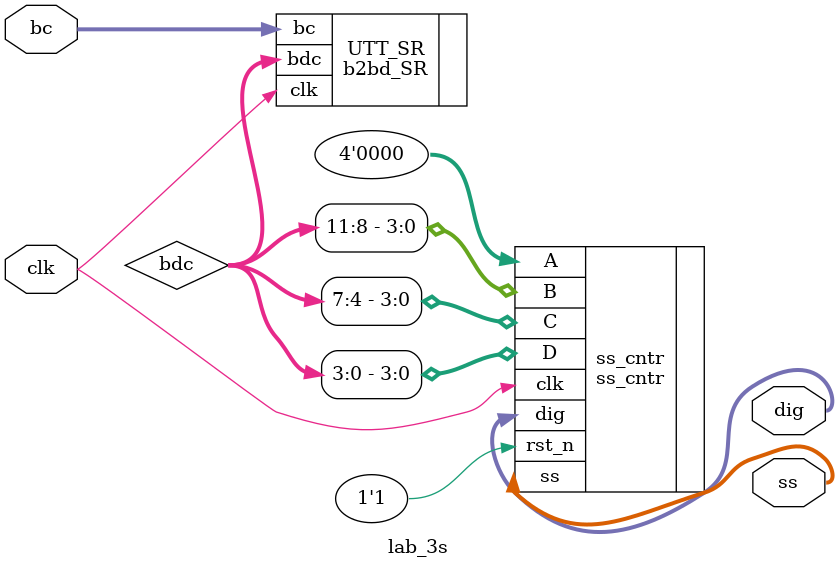
<source format=sv>
module lab_3s(
	//(* altera_attribute = "-name IO_STANDARD \"3.3-V LVCMOS\"", chip_pin = "23" *)
	input clk,
	//(* altera_attribute = "-name IO_STANDARD \"3.3-V LVCMOS\"", chip_pin = "88, 89, 90, 91, 49, 46, 25, 24" *)
	input [7:0] bc,
	//(* altera_attribute = "-name IO_STANDARD \"3.3-V LVCMOS\"", chip_pin = "84, 76, 85, 77, 86, 133, 87" *)		
	output reg [6:0] ss,
	//(* altera_attribute = "-name IO_STANDARD \"3.3-V LVCMOS\"", chip_pin = "73, 80, 74, 83" *)	
	output reg [3:0] dig);

wire [11:0] bdc;

b2bd_SR UTT_SR(.clk(clk), .bc(bc), .bdc(bdc));
	
ss_cntr #(2)  //10000
	ss_cntr(.clk(clk), .rst_n(1'd1), .A(4'd0), .B(bdc[11:8]), .C(bdc[7:4]), .D(bdc[3:0]), .ss(ss), .dig(dig));
	

endmodule 
</source>
